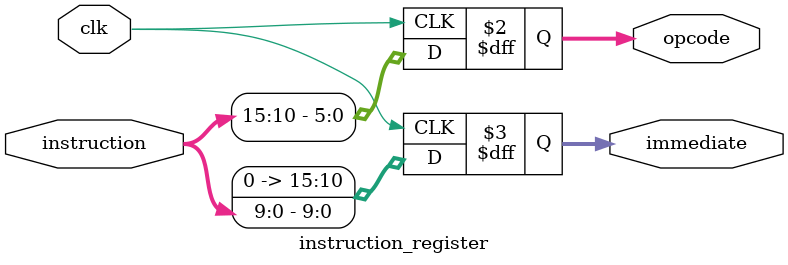
<source format=sv>
module instruction_register(
    input logic clk,
    input logic [15:0] instruction,
    output logic [5:0] opcode,
    output logic [15:0] immediate
);
    always_ff @(posedge clk) begin
        opcode <= instruction[15:10];
        immediate <= instruction[9:0];
    end
endmodule
</source>
